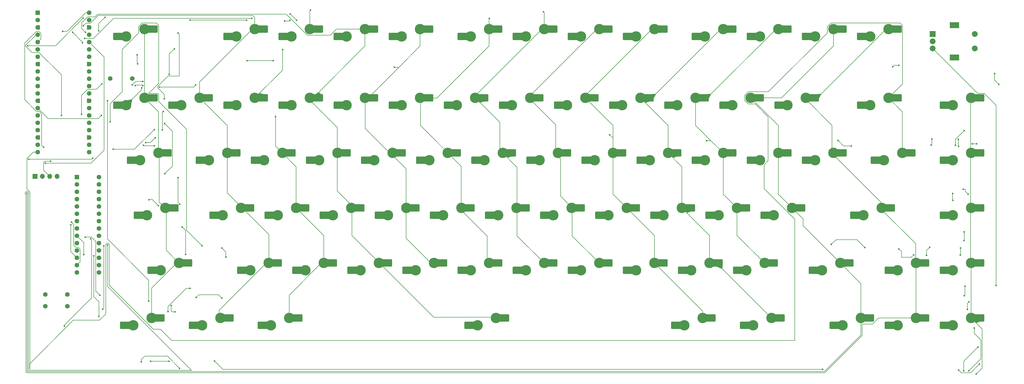
<source format=gbr>
%TF.GenerationSoftware,KiCad,Pcbnew,9.0.7*%
%TF.CreationDate,2026-01-25T14:01:01+00:00*%
%TF.ProjectId,pcb,7063622e-6b69-4636-9164-5f7063625858,rev?*%
%TF.SameCoordinates,Original*%
%TF.FileFunction,Copper,L2,Bot*%
%TF.FilePolarity,Positive*%
%FSLAX46Y46*%
G04 Gerber Fmt 4.6, Leading zero omitted, Abs format (unit mm)*
G04 Created by KiCad (PCBNEW 9.0.7) date 2026-01-25 14:01:01*
%MOMM*%
%LPD*%
G01*
G04 APERTURE LIST*
G04 Aperture macros list*
%AMRoundRect*
0 Rectangle with rounded corners*
0 $1 Rounding radius*
0 $2 $3 $4 $5 $6 $7 $8 $9 X,Y pos of 4 corners*
0 Add a 4 corners polygon primitive as box body*
4,1,4,$2,$3,$4,$5,$6,$7,$8,$9,$2,$3,0*
0 Add four circle primitives for the rounded corners*
1,1,$1+$1,$2,$3*
1,1,$1+$1,$4,$5*
1,1,$1+$1,$6,$7*
1,1,$1+$1,$8,$9*
0 Add four rect primitives between the rounded corners*
20,1,$1+$1,$2,$3,$4,$5,0*
20,1,$1+$1,$4,$5,$6,$7,0*
20,1,$1+$1,$6,$7,$8,$9,0*
20,1,$1+$1,$8,$9,$2,$3,0*%
%AMFreePoly0*
4,1,37,0.603843,0.796157,0.639018,0.796157,0.711114,0.766294,0.766294,0.711114,0.796157,0.639018,0.796157,0.603843,0.800000,0.600000,0.800000,-0.600000,0.796157,-0.603843,0.796157,-0.639018,0.766294,-0.711114,0.711114,-0.766294,0.639018,-0.796157,0.603843,-0.796157,0.600000,-0.800000,0.000000,-0.800000,0.000000,-0.796148,-0.078414,-0.796148,-0.232228,-0.765552,-0.377117,-0.705537,
-0.507515,-0.618408,-0.618408,-0.507515,-0.705537,-0.377117,-0.765552,-0.232228,-0.796148,-0.078414,-0.796148,0.078414,-0.765552,0.232228,-0.705537,0.377117,-0.618408,0.507515,-0.507515,0.618408,-0.377117,0.705537,-0.232228,0.765552,-0.078414,0.796148,0.000000,0.796148,0.000000,0.800000,0.600000,0.800000,0.603843,0.796157,0.603843,0.796157,$1*%
%AMFreePoly1*
4,1,37,0.000000,0.796148,0.078414,0.796148,0.232228,0.765552,0.377117,0.705537,0.507515,0.618408,0.618408,0.507515,0.705537,0.377117,0.765552,0.232228,0.796148,0.078414,0.796148,-0.078414,0.765552,-0.232228,0.705537,-0.377117,0.618408,-0.507515,0.507515,-0.618408,0.377117,-0.705537,0.232228,-0.765552,0.078414,-0.796148,0.000000,-0.796148,0.000000,-0.800000,-0.600000,-0.800000,
-0.603843,-0.796157,-0.639018,-0.796157,-0.711114,-0.766294,-0.766294,-0.711114,-0.796157,-0.639018,-0.796157,-0.603843,-0.800000,-0.600000,-0.800000,0.600000,-0.796157,0.603843,-0.796157,0.639018,-0.766294,0.711114,-0.711114,0.766294,-0.639018,0.796157,-0.603843,0.796157,-0.600000,0.800000,0.000000,0.800000,0.000000,0.796148,0.000000,0.796148,$1*%
G04 Aperture macros list end*
%TA.AperFunction,SMDPad,CuDef*%
%ADD10RoundRect,0.250000X-1.525000X-1.000000X1.525000X-1.000000X1.525000X1.000000X-1.525000X1.000000X0*%
%TD*%
%TA.AperFunction,ComponentPad*%
%ADD11C,3.600000*%
%TD*%
%TA.AperFunction,ComponentPad*%
%ADD12RoundRect,0.200000X-0.600000X-0.600000X0.600000X-0.600000X0.600000X0.600000X-0.600000X0.600000X0*%
%TD*%
%TA.AperFunction,ComponentPad*%
%ADD13C,1.600000*%
%TD*%
%TA.AperFunction,ComponentPad*%
%ADD14FreePoly0,0.000000*%
%TD*%
%TA.AperFunction,ComponentPad*%
%ADD15FreePoly1,0.000000*%
%TD*%
%TA.AperFunction,ComponentPad*%
%ADD16R,2.000000X2.000000*%
%TD*%
%TA.AperFunction,ComponentPad*%
%ADD17C,2.000000*%
%TD*%
%TA.AperFunction,ComponentPad*%
%ADD18R,3.200000X2.000000*%
%TD*%
%TA.AperFunction,ComponentPad*%
%ADD19RoundRect,0.250000X-0.550000X-0.550000X0.550000X-0.550000X0.550000X0.550000X-0.550000X0.550000X0*%
%TD*%
%TA.AperFunction,ComponentPad*%
%ADD20R,1.700000X1.700000*%
%TD*%
%TA.AperFunction,ComponentPad*%
%ADD21O,1.700000X1.700000*%
%TD*%
%TA.AperFunction,ViaPad*%
%ADD22C,0.600000*%
%TD*%
%TA.AperFunction,Conductor*%
%ADD23C,0.200000*%
%TD*%
G04 APERTURE END LIST*
D10*
%TO.P,SW49,1,1*%
%TO.N,Net-(D49-A)*%
X274402500Y-68897500D03*
D11*
X277177500Y-68897500D03*
%TO.P,SW49,2,2*%
%TO.N,c11*%
X283527500Y-66357500D03*
D10*
X286307500Y-66357500D03*
%TD*%
%TO.P,SW77,1,1*%
%TO.N,Net-(D77-A)*%
X288690000Y-106997500D03*
D11*
X291465000Y-106997500D03*
%TO.P,SW77,2,2*%
%TO.N,c11*%
X297815000Y-104457500D03*
D10*
X300595000Y-104457500D03*
%TD*%
D12*
%TO.P,A1,1,GPIO0*%
%TO.N,c1*%
X46513750Y-17780000D03*
D13*
%TO.P,A1,2,GPIO1*%
%TO.N,c2*%
X46513750Y-20320000D03*
D14*
%TO.P,A1,3,GND*%
%TO.N,GND*%
X46513750Y-22860000D03*
D13*
%TO.P,A1,4,GPIO2*%
%TO.N,sda*%
X46513750Y-25400000D03*
%TO.P,A1,5,GPIO3*%
%TO.N,scl*%
X46513750Y-27940000D03*
%TO.P,A1,6,GPIO4*%
%TO.N,c3*%
X46513750Y-30480000D03*
%TO.P,A1,7,GPIO5*%
%TO.N,c4*%
X46513750Y-33020000D03*
D14*
%TO.P,A1,8,GND*%
%TO.N,GND*%
X46513750Y-35560000D03*
D13*
%TO.P,A1,9,GPIO6*%
%TO.N,c5*%
X46513750Y-38100000D03*
%TO.P,A1,10,GPIO7*%
%TO.N,c6*%
X46513750Y-40640000D03*
%TO.P,A1,11,GPIO8*%
%TO.N,c7*%
X46513750Y-43180000D03*
%TO.P,A1,12,GPIO9*%
%TO.N,c8*%
X46513750Y-45720000D03*
D14*
%TO.P,A1,13,GND*%
%TO.N,GND*%
X46513750Y-48260000D03*
D13*
%TO.P,A1,14,GPIO10*%
%TO.N,c9*%
X46513750Y-50800000D03*
%TO.P,A1,15,GPIO11*%
%TO.N,c10*%
X46513750Y-53340000D03*
%TO.P,A1,16,GPIO12*%
%TO.N,c11*%
X46513750Y-55880000D03*
%TO.P,A1,17,GPIO13*%
%TO.N,c12*%
X46513750Y-58420000D03*
D14*
%TO.P,A1,18,GND*%
%TO.N,GND*%
X46513750Y-60960000D03*
D13*
%TO.P,A1,19,GPIO14*%
%TO.N,c13*%
X46513750Y-63500000D03*
%TO.P,A1,20,GPIO15*%
%TO.N,c14*%
X46513750Y-66040000D03*
%TO.P,A1,21,GPIO16*%
%TO.N,c15*%
X64293750Y-66040000D03*
%TO.P,A1,22,GPIO17*%
%TO.N,r1*%
X64293750Y-63500000D03*
D15*
%TO.P,A1,23,GND*%
%TO.N,GND*%
X64293750Y-60960000D03*
D13*
%TO.P,A1,24,GPIO18*%
%TO.N,r2*%
X64293750Y-58420000D03*
%TO.P,A1,25,GPIO19*%
%TO.N,r3*%
X64293750Y-55880000D03*
%TO.P,A1,26,GPIO20*%
%TO.N,r4*%
X64293750Y-53340000D03*
%TO.P,A1,27,GPIO21*%
%TO.N,r5*%
X64293750Y-50800000D03*
D15*
%TO.P,A1,28,GND*%
%TO.N,GND*%
X64293750Y-48260000D03*
D13*
%TO.P,A1,29,GPIO22*%
%TO.N,r6*%
X64293750Y-45720000D03*
%TO.P,A1,30,RUN*%
%TO.N,unconnected-(A1-RUN-Pad30)*%
X64293750Y-43180000D03*
%TO.P,A1,31,GPIO26_ADC0*%
%TO.N,Net-(A1-GPIO26_ADC0)*%
X64293750Y-40640000D03*
%TO.P,A1,32,GPIO27_ADC1*%
%TO.N,unconnected-(A1-GPIO27_ADC1-Pad32)*%
X64293750Y-38100000D03*
D15*
%TO.P,A1,33,AGND*%
%TO.N,unconnected-(A1-AGND-Pad33)*%
X64293750Y-35560000D03*
D13*
%TO.P,A1,34,GPIO28_ADC2*%
%TO.N,unconnected-(A1-GPIO28_ADC2-Pad34)*%
X64293750Y-33020000D03*
%TO.P,A1,35,ADC_VREF*%
%TO.N,unconnected-(A1-ADC_VREF-Pad35)*%
X64293750Y-30480000D03*
%TO.P,A1,36,3V3*%
%TO.N,+3.3V*%
X64293750Y-27940000D03*
%TO.P,A1,37,3V3_EN*%
%TO.N,unconnected-(A1-3V3_EN-Pad37)*%
X64293750Y-25400000D03*
D15*
%TO.P,A1,38,GND*%
%TO.N,GND*%
X64293750Y-22860000D03*
D13*
%TO.P,A1,39,VSYS*%
%TO.N,unconnected-(A1-VSYS-Pad39)*%
X64293750Y-20320000D03*
%TO.P,A1,40,VBUS*%
%TO.N,+5V*%
X64293750Y-17780000D03*
%TD*%
D10*
%TO.P,SW85,1,1*%
%TO.N,Net-(D85-A)*%
X360127500Y-106997500D03*
D11*
X362902500Y-106997500D03*
%TO.P,SW85,2,2*%
%TO.N,c15*%
X369252500Y-104457500D03*
D10*
X372032500Y-104457500D03*
%TD*%
%TO.P,SW22,1,1*%
%TO.N,Net-(D22-A)*%
X207727500Y-49847500D03*
D11*
X210502500Y-49847500D03*
%TO.P,SW22,2,2*%
%TO.N,c8*%
X216852500Y-47307500D03*
D10*
X219632500Y-47307500D03*
%TD*%
%TO.P,SW8,1,1*%
%TO.N,Net-(D8-A)*%
X231540000Y-26035000D03*
D11*
X234315000Y-26035000D03*
%TO.P,SW8,2,2*%
%TO.N,c8*%
X240665000Y-23495000D03*
D10*
X243445000Y-23495000D03*
%TD*%
%TO.P,SW52,1,1*%
%TO.N,Net-(D52-A)*%
X298215000Y-87947500D03*
D11*
X300990000Y-87947500D03*
%TO.P,SW52,2,2*%
%TO.N,c12*%
X307340000Y-85407500D03*
D10*
X310120000Y-85407500D03*
%TD*%
%TO.P,SW39,1,1*%
%TO.N,Net-(D39-A)*%
X179152500Y-68897500D03*
D11*
X181927500Y-68897500D03*
%TO.P,SW39,2,2*%
%TO.N,c6*%
X188277500Y-66357500D03*
D10*
X191057500Y-66357500D03*
%TD*%
%TO.P,SW25,1,1*%
%TO.N,Net-(D25-A)*%
X264877500Y-49847500D03*
D11*
X267652500Y-49847500D03*
%TO.P,SW25,2,2*%
%TO.N,c11*%
X274002500Y-47307500D03*
D10*
X276782500Y-47307500D03*
%TD*%
%TO.P,SW65,1,1*%
%TO.N,Net-(D65-A)*%
X174390000Y-106997500D03*
D11*
X177165000Y-106997500D03*
%TO.P,SW65,2,2*%
%TO.N,c5*%
X183515000Y-104457500D03*
D10*
X186295000Y-104457500D03*
%TD*%
%TO.P,SW55,1,1*%
%TO.N,Net-(D55-A)*%
X336315000Y-68897500D03*
D11*
X339090000Y-68897500D03*
%TO.P,SW55,2,2*%
%TO.N,c14*%
X345440000Y-66357500D03*
D10*
X348220000Y-66357500D03*
%TD*%
%TO.P,SW41,1,1*%
%TO.N,Net-(D41-A)*%
X198202500Y-68897500D03*
D11*
X200977500Y-68897500D03*
%TO.P,SW41,2,2*%
%TO.N,c7*%
X207327500Y-66357500D03*
D10*
X210107500Y-66357500D03*
%TD*%
%TO.P,SW50,1,1*%
%TO.N,Net-(D50-A)*%
X279165000Y-87947500D03*
D11*
X281940000Y-87947500D03*
%TO.P,SW50,2,2*%
%TO.N,c11*%
X288290000Y-85407500D03*
D10*
X291070000Y-85407500D03*
%TD*%
%TO.P,SW76,1,1*%
%TO.N,Net-(D76-A)*%
X291071250Y-126047500D03*
D11*
X293846250Y-126047500D03*
%TO.P,SW76,2,2*%
%TO.N,c10*%
X300196250Y-123507500D03*
D10*
X302976250Y-123507500D03*
%TD*%
%TO.P,SW79,1,1*%
%TO.N,Net-(D79-A)*%
X314883750Y-106997500D03*
D11*
X317658750Y-106997500D03*
%TO.P,SW79,2,2*%
%TO.N,c12*%
X324008750Y-104457500D03*
D10*
X326788750Y-104457500D03*
%TD*%
%TO.P,SW36,1,1*%
%TO.N,Net-(D36-A)*%
X145815000Y-87947500D03*
D11*
X148590000Y-87947500D03*
%TO.P,SW36,2,2*%
%TO.N,c4*%
X154940000Y-85407500D03*
D10*
X157720000Y-85407500D03*
%TD*%
%TO.P,SW10,1,1*%
%TO.N,Net-(D10-A)*%
X274402500Y-26035000D03*
D11*
X277177500Y-26035000D03*
%TO.P,SW10,2,2*%
%TO.N,c10*%
X283527500Y-23495000D03*
D10*
X286307500Y-23495000D03*
%TD*%
%TO.P,SW82,1,1*%
%TO.N,Net-(D82-A)*%
X341077500Y-126047500D03*
D11*
X343852500Y-126047500D03*
%TO.P,SW82,2,2*%
%TO.N,c13*%
X350202500Y-123507500D03*
D10*
X352982500Y-123507500D03*
%TD*%
D16*
%TO.P,SW14,A,A*%
%TO.N,a*%
X355940000Y-25200000D03*
D17*
%TO.P,SW14,B,B*%
%TO.N,b*%
X355940000Y-30200000D03*
%TO.P,SW14,C,C*%
%TO.N,GND*%
X355940000Y-27700000D03*
D18*
%TO.P,SW14,MP*%
%TO.N,N/C*%
X363440000Y-22100000D03*
X363440000Y-33300000D03*
D17*
%TO.P,SW14,S1,S1*%
%TO.N,GND*%
X370440000Y-30200000D03*
%TO.P,SW14,S2,S2*%
%TO.N,reSwitch*%
X370440000Y-25200000D03*
%TD*%
D10*
%TO.P,SW86,1,1*%
%TO.N,Net-(D86-A)*%
X360127500Y-126047500D03*
D11*
X362902500Y-126047500D03*
%TO.P,SW86,2,2*%
%TO.N,c15*%
X369252500Y-123507500D03*
D10*
X372032500Y-123507500D03*
%TD*%
%TO.P,SW63,1,1*%
%TO.N,Net-(D63-A)*%
X155340000Y-106997500D03*
D11*
X158115000Y-106997500D03*
%TO.P,SW63,2,2*%
%TO.N,c4*%
X164465000Y-104457500D03*
D10*
X167245000Y-104457500D03*
%TD*%
%TO.P,SW2,1,1*%
%TO.N,Net-(D2-A)*%
X112477500Y-26035000D03*
D11*
X115252500Y-26035000D03*
%TO.P,SW2,2,2*%
%TO.N,c2*%
X121602500Y-23495000D03*
D10*
X124382500Y-23495000D03*
%TD*%
%TO.P,SW45,1,1*%
%TO.N,Net-(D45-A)*%
X236302500Y-68897500D03*
D11*
X239077500Y-68897500D03*
%TO.P,SW45,2,2*%
%TO.N,c9*%
X245427500Y-66357500D03*
D10*
X248207500Y-66357500D03*
%TD*%
%TO.P,SW31,1,1*%
%TO.N,Net-(D31-A)*%
X102952500Y-68897500D03*
D11*
X105727500Y-68897500D03*
%TO.P,SW31,2,2*%
%TO.N,c2*%
X112077500Y-66357500D03*
D10*
X114857500Y-66357500D03*
%TD*%
%TO.P,SW40,1,1*%
%TO.N,Net-(D40-A)*%
X183915000Y-87947500D03*
D11*
X186690000Y-87947500D03*
%TO.P,SW40,2,2*%
%TO.N,c6*%
X193040000Y-85407500D03*
D10*
X195820000Y-85407500D03*
%TD*%
%TO.P,SW67,1,1*%
%TO.N,Net-(D67-A)*%
X193440000Y-106997500D03*
D11*
X196215000Y-106997500D03*
%TO.P,SW67,2,2*%
%TO.N,c6*%
X202565000Y-104457500D03*
D10*
X205345000Y-104457500D03*
%TD*%
%TO.P,SW26,1,1*%
%TO.N,Net-(D26-A)*%
X283927500Y-49847500D03*
D11*
X286702500Y-49847500D03*
%TO.P,SW26,2,2*%
%TO.N,c12*%
X293052500Y-47307500D03*
D10*
X295832500Y-47307500D03*
%TD*%
%TO.P,SW7,1,1*%
%TO.N,Net-(D7-A)*%
X212490000Y-26035000D03*
D11*
X215265000Y-26035000D03*
%TO.P,SW7,2,2*%
%TO.N,c7*%
X221615000Y-23495000D03*
D10*
X224395000Y-23495000D03*
%TD*%
%TO.P,SW75,1,1*%
%TO.N,Net-(D75-A)*%
X269640000Y-106997500D03*
D11*
X272415000Y-106997500D03*
%TO.P,SW75,2,2*%
%TO.N,c10*%
X278765000Y-104457500D03*
D10*
X281545000Y-104457500D03*
%TD*%
%TO.P,SW9,1,1*%
%TO.N,Net-(D9-A)*%
X250590000Y-26035000D03*
D11*
X253365000Y-26035000D03*
%TO.P,SW9,2,2*%
%TO.N,c9*%
X259715000Y-23495000D03*
D10*
X262495000Y-23495000D03*
%TD*%
%TO.P,SW57,1,1*%
%TO.N,Net-(D57-A)*%
X86283750Y-106997500D03*
D11*
X89058750Y-106997500D03*
%TO.P,SW57,2,2*%
%TO.N,c1*%
X95408750Y-104457500D03*
D10*
X98188750Y-104457500D03*
%TD*%
%TO.P,SW23,1,1*%
%TO.N,Net-(D23-A)*%
X226777500Y-49847500D03*
D11*
X229552500Y-49847500D03*
%TO.P,SW23,2,2*%
%TO.N,c9*%
X235902500Y-47307500D03*
D10*
X238682500Y-47307500D03*
%TD*%
%TO.P,SW72,1,1*%
%TO.N,Net-(D72-A)*%
X360127500Y-87947500D03*
D11*
X362902500Y-87947500D03*
%TO.P,SW72,2,2*%
%TO.N,c15*%
X369252500Y-85407500D03*
D10*
X372032500Y-85407500D03*
%TD*%
%TO.P,SW58,1,1*%
%TO.N,Net-(D58-A)*%
X76758750Y-126047500D03*
D11*
X79533750Y-126047500D03*
%TO.P,SW58,2,2*%
%TO.N,c1*%
X85883750Y-123507500D03*
D10*
X88663750Y-123507500D03*
%TD*%
%TO.P,SW64,1,1*%
%TO.N,Net-(D64-A)*%
X195821250Y-126047500D03*
D11*
X198596250Y-126047500D03*
%TO.P,SW64,2,2*%
%TO.N,c4*%
X204946250Y-123507500D03*
D10*
X207726250Y-123507500D03*
%TD*%
%TO.P,SW27,1,1*%
%TO.N,Net-(D27-A)*%
X302977500Y-49847500D03*
D11*
X305752500Y-49847500D03*
%TO.P,SW27,2,2*%
%TO.N,c13*%
X312102500Y-47307500D03*
D10*
X314882500Y-47307500D03*
%TD*%
%TO.P,SW61,1,1*%
%TO.N,Net-(D61-A)*%
X136290000Y-106997500D03*
D11*
X139065000Y-106997500D03*
%TO.P,SW61,2,2*%
%TO.N,c3*%
X145415000Y-104457500D03*
D10*
X148195000Y-104457500D03*
%TD*%
%TO.P,SW43,1,1*%
%TO.N,Net-(D43-A)*%
X217252500Y-68897500D03*
D11*
X220027500Y-68897500D03*
%TO.P,SW43,2,2*%
%TO.N,c8*%
X226377500Y-66357500D03*
D10*
X229157500Y-66357500D03*
%TD*%
%TO.P,SW33,1,1*%
%TO.N,Net-(D33-A)*%
X122002500Y-68897500D03*
D11*
X124777500Y-68897500D03*
%TO.P,SW33,2,2*%
%TO.N,c3*%
X131127500Y-66357500D03*
D10*
X133907500Y-66357500D03*
%TD*%
%TO.P,SW28,1,1*%
%TO.N,Net-(D28-A)*%
X331552500Y-49847500D03*
D11*
X334327500Y-49847500D03*
%TO.P,SW28,2,2*%
%TO.N,c14*%
X340677500Y-47307500D03*
D10*
X343457500Y-47307500D03*
%TD*%
%TO.P,SW32,1,1*%
%TO.N,Net-(D32-A)*%
X107715000Y-87947500D03*
D11*
X110490000Y-87947500D03*
%TO.P,SW32,2,2*%
%TO.N,c2*%
X116840000Y-85407500D03*
D10*
X119620000Y-85407500D03*
%TD*%
%TO.P,SW80,1,1*%
%TO.N,Net-(D80-A)*%
X322027500Y-126047500D03*
D11*
X324802500Y-126047500D03*
%TO.P,SW80,2,2*%
%TO.N,c12*%
X331152500Y-123507500D03*
D10*
X333932500Y-123507500D03*
%TD*%
%TO.P,SW59,1,1*%
%TO.N,Net-(D59-A)*%
X117240000Y-106997500D03*
D11*
X120015000Y-106997500D03*
%TO.P,SW59,2,2*%
%TO.N,c2*%
X126365000Y-104457500D03*
D10*
X129145000Y-104457500D03*
%TD*%
%TO.P,SW71,1,1*%
%TO.N,Net-(D71-A)*%
X231540000Y-106997500D03*
D11*
X234315000Y-106997500D03*
%TO.P,SW71,2,2*%
%TO.N,c8*%
X240665000Y-104457500D03*
D10*
X243445000Y-104457500D03*
%TD*%
%TO.P,SW30,1,1*%
%TO.N,Net-(D30-A)*%
X81521250Y-87947500D03*
D11*
X84296250Y-87947500D03*
%TO.P,SW30,2,2*%
%TO.N,c1*%
X90646250Y-85407500D03*
D10*
X93426250Y-85407500D03*
%TD*%
D13*
%TO.P,R1,1*%
%TO.N,Net-(A1-GPIO26_ADC0)*%
X71590000Y-40630000D03*
%TO.P,R1,2*%
%TO.N,led input*%
X79210000Y-40630000D03*
%TD*%
D10*
%TO.P,SW18,1,1*%
%TO.N,Net-(D18-A)*%
X131527500Y-49847500D03*
D11*
X134302500Y-49847500D03*
%TO.P,SW18,2,2*%
%TO.N,c4*%
X140652500Y-47307500D03*
D10*
X143432500Y-47307500D03*
%TD*%
%TO.P,SW60,1,1*%
%TO.N,Net-(D60-A)*%
X100571250Y-126047500D03*
D11*
X103346250Y-126047500D03*
%TO.P,SW60,2,2*%
%TO.N,c2*%
X109696250Y-123507500D03*
D10*
X112476250Y-123507500D03*
%TD*%
%TO.P,SW5,1,1*%
%TO.N,Net-(D5-A)*%
X169627500Y-26035000D03*
D11*
X172402500Y-26035000D03*
%TO.P,SW5,2,2*%
%TO.N,c5*%
X178752500Y-23495000D03*
D10*
X181532500Y-23495000D03*
%TD*%
%TO.P,SW17,1,1*%
%TO.N,Net-(D17-A)*%
X112477500Y-49847500D03*
D11*
X115252500Y-49847500D03*
%TO.P,SW17,2,2*%
%TO.N,c3*%
X121602500Y-47307500D03*
D10*
X124382500Y-47307500D03*
%TD*%
%TO.P,SW74,1,1*%
%TO.N,Net-(D74-A)*%
X267258750Y-126047500D03*
D11*
X270033750Y-126047500D03*
%TO.P,SW74,2,2*%
%TO.N,c9*%
X276383750Y-123507500D03*
D10*
X279163750Y-123507500D03*
%TD*%
%TO.P,SW42,1,1*%
%TO.N,Net-(D42-A)*%
X202965000Y-87947500D03*
D11*
X205740000Y-87947500D03*
%TO.P,SW42,2,2*%
%TO.N,c7*%
X212090000Y-85407500D03*
D10*
X214870000Y-85407500D03*
%TD*%
%TO.P,SW53,1,1*%
%TO.N,Net-(D53-A)*%
X312502500Y-68897500D03*
D11*
X315277500Y-68897500D03*
%TO.P,SW53,2,2*%
%TO.N,c13*%
X321627500Y-66357500D03*
D10*
X324407500Y-66357500D03*
%TD*%
%TO.P,SW62,1,1*%
%TO.N,Net-(D62-A)*%
X124383750Y-126047500D03*
D11*
X127158750Y-126047500D03*
%TO.P,SW62,2,2*%
%TO.N,c3*%
X133508750Y-123507500D03*
D10*
X136288750Y-123507500D03*
%TD*%
%TO.P,SW29,1,1*%
%TO.N,Net-(D29-A)*%
X79140000Y-68897500D03*
D11*
X81915000Y-68897500D03*
%TO.P,SW29,2,2*%
%TO.N,c1*%
X88265000Y-66357500D03*
D10*
X91045000Y-66357500D03*
%TD*%
%TO.P,SW11,1,1*%
%TO.N,Net-(D11-A)*%
X293452500Y-26035000D03*
D11*
X296227500Y-26035000D03*
%TO.P,SW11,2,2*%
%TO.N,c11*%
X302577500Y-23495000D03*
D10*
X305357500Y-23495000D03*
%TD*%
%TO.P,SW21,1,1*%
%TO.N,Net-(D21-A)*%
X188677500Y-49847500D03*
D11*
X191452500Y-49847500D03*
%TO.P,SW21,2,2*%
%TO.N,c7*%
X197802500Y-47307500D03*
D10*
X200582500Y-47307500D03*
%TD*%
D13*
%TO.P,R3,1*%
%TO.N,sda*%
X49170000Y-119390000D03*
%TO.P,R3,2*%
%TO.N,+3.3V*%
X56790000Y-119390000D03*
%TD*%
D10*
%TO.P,SW35,1,1*%
%TO.N,Net-(D35-A)*%
X141052500Y-68897500D03*
D11*
X143827500Y-68897500D03*
%TO.P,SW35,2,2*%
%TO.N,c4*%
X150177500Y-66357500D03*
D10*
X152957500Y-66357500D03*
%TD*%
D19*
%TO.P,U1,1,GPB0*%
%TO.N,unconnected-(U1-GPB0-Pad1)*%
X60100000Y-74690000D03*
D13*
%TO.P,U1,2,GPB1*%
%TO.N,unconnected-(U1-GPB1-Pad2)*%
X60100000Y-77230000D03*
%TO.P,U1,3,GPB2*%
%TO.N,unconnected-(U1-GPB2-Pad3)*%
X60100000Y-79770000D03*
%TO.P,U1,4,GPB3*%
%TO.N,unconnected-(U1-GPB3-Pad4)*%
X60100000Y-82310000D03*
%TO.P,U1,5,GPB4*%
%TO.N,unconnected-(U1-GPB4-Pad5)*%
X60100000Y-84850000D03*
%TO.P,U1,6,GPB5*%
%TO.N,unconnected-(U1-GPB5-Pad6)*%
X60100000Y-87390000D03*
%TO.P,U1,7,GPB6*%
%TO.N,unconnected-(U1-GPB6-Pad7)*%
X60100000Y-89930000D03*
%TO.P,U1,8,GPB7*%
%TO.N,unconnected-(U1-GPB7-Pad8)*%
X60100000Y-92470000D03*
%TO.P,U1,9,VDD*%
%TO.N,+3.3V*%
X60100000Y-95010000D03*
%TO.P,U1,10,VSS*%
%TO.N,GND*%
X60100000Y-97550000D03*
%TO.P,U1,11,NC*%
%TO.N,unconnected-(U1-NC-Pad11)*%
X60100000Y-100090000D03*
%TO.P,U1,12,SCK*%
%TO.N,scl*%
X60100000Y-102630000D03*
%TO.P,U1,13,SDA*%
%TO.N,sda*%
X60100000Y-105170000D03*
%TO.P,U1,14,NC*%
%TO.N,unconnected-(U1-NC-Pad14)*%
X60100000Y-107710000D03*
%TO.P,U1,15,A0*%
%TO.N,GND*%
X67720000Y-107710000D03*
%TO.P,U1,16,A1*%
X67720000Y-105170000D03*
%TO.P,U1,17,A2*%
X67720000Y-102630000D03*
%TO.P,U1,18,~{RESET}*%
%TO.N,unconnected-(U1-~{RESET}-Pad18)*%
X67720000Y-100090000D03*
%TO.P,U1,19,INTB*%
%TO.N,unconnected-(U1-INTB-Pad19)*%
X67720000Y-97550000D03*
%TO.P,U1,20,INTA*%
%TO.N,unconnected-(U1-INTA-Pad20)*%
X67720000Y-95010000D03*
%TO.P,U1,21,GPA0*%
%TO.N,a*%
X67720000Y-92470000D03*
%TO.P,U1,22,GPA1*%
%TO.N,b*%
X67720000Y-89930000D03*
%TO.P,U1,23,GPA2*%
%TO.N,reSwitch*%
X67720000Y-87390000D03*
%TO.P,U1,24,GPA3*%
%TO.N,unconnected-(U1-GPA3-Pad24)*%
X67720000Y-84850000D03*
%TO.P,U1,25,GPA4*%
%TO.N,unconnected-(U1-GPA4-Pad25)*%
X67720000Y-82310000D03*
%TO.P,U1,26,GPA5*%
%TO.N,unconnected-(U1-GPA5-Pad26)*%
X67720000Y-79770000D03*
%TO.P,U1,27,GPA6*%
%TO.N,unconnected-(U1-GPA6-Pad27)*%
X67720000Y-77230000D03*
%TO.P,U1,28,GPA7*%
%TO.N,unconnected-(U1-GPA7-Pad28)*%
X67720000Y-74690000D03*
%TD*%
D10*
%TO.P,SW24,1,1*%
%TO.N,Net-(D24-A)*%
X245827500Y-49847500D03*
D11*
X248602500Y-49847500D03*
%TO.P,SW24,2,2*%
%TO.N,c10*%
X254952500Y-47307500D03*
D10*
X257732500Y-47307500D03*
%TD*%
%TO.P,SW4,1,1*%
%TO.N,Net-(D4-A)*%
X150577500Y-26035000D03*
D11*
X153352500Y-26035000D03*
%TO.P,SW4,2,2*%
%TO.N,c4*%
X159702500Y-23495000D03*
D10*
X162482500Y-23495000D03*
%TD*%
%TO.P,SW16,1,1*%
%TO.N,Net-(D16-A)*%
X93427500Y-49847500D03*
D11*
X96202500Y-49847500D03*
%TO.P,SW16,2,2*%
%TO.N,c2*%
X102552500Y-47307500D03*
D10*
X105332500Y-47307500D03*
%TD*%
%TO.P,SW38,1,1*%
%TO.N,Net-(D38-A)*%
X164865000Y-87947500D03*
D11*
X167640000Y-87947500D03*
%TO.P,SW38,2,2*%
%TO.N,c5*%
X173990000Y-85407500D03*
D10*
X176770000Y-85407500D03*
%TD*%
%TO.P,SW51,1,1*%
%TO.N,Net-(D51-A)*%
X293452500Y-68897500D03*
D11*
X296227500Y-68897500D03*
%TO.P,SW51,2,2*%
%TO.N,c12*%
X302577500Y-66357500D03*
D10*
X305357500Y-66357500D03*
%TD*%
%TO.P,SW73,1,1*%
%TO.N,Net-(D73-A)*%
X250590000Y-106997500D03*
D11*
X253365000Y-106997500D03*
%TO.P,SW73,2,2*%
%TO.N,c9*%
X259715000Y-104457500D03*
D10*
X262495000Y-104457500D03*
%TD*%
%TO.P,SW69,1,1*%
%TO.N,Net-(D69-A)*%
X212490000Y-106997500D03*
D11*
X215265000Y-106997500D03*
%TO.P,SW69,2,2*%
%TO.N,c7*%
X221615000Y-104457500D03*
D10*
X224395000Y-104457500D03*
%TD*%
%TO.P,SW68,1,1*%
%TO.N,Net-(D68-A)*%
X360127500Y-49847500D03*
D11*
X362902500Y-49847500D03*
%TO.P,SW68,2,2*%
%TO.N,c15*%
X369252500Y-47307500D03*
D10*
X372032500Y-47307500D03*
%TD*%
%TO.P,SW19,1,1*%
%TO.N,Net-(D19-A)*%
X150577500Y-49847500D03*
D11*
X153352500Y-49847500D03*
%TO.P,SW19,2,2*%
%TO.N,c5*%
X159702500Y-47307500D03*
D10*
X162482500Y-47307500D03*
%TD*%
D13*
%TO.P,R2,1*%
%TO.N,scl*%
X49170000Y-115340000D03*
%TO.P,R2,2*%
%TO.N,+3.3V*%
X56790000Y-115340000D03*
%TD*%
D10*
%TO.P,SW46,1,1*%
%TO.N,Net-(D46-A)*%
X241065000Y-87947500D03*
D11*
X243840000Y-87947500D03*
%TO.P,SW46,2,2*%
%TO.N,c9*%
X250190000Y-85407500D03*
D10*
X252970000Y-85407500D03*
%TD*%
%TO.P,SW3,1,1*%
%TO.N,Net-(D3-A)*%
X131527500Y-26035000D03*
D11*
X134302500Y-26035000D03*
%TO.P,SW3,2,2*%
%TO.N,c3*%
X140652500Y-23495000D03*
D10*
X143432500Y-23495000D03*
%TD*%
%TO.P,SW15,1,1*%
%TO.N,Net-(D15-A)*%
X74377500Y-49847500D03*
D11*
X77152500Y-49847500D03*
%TO.P,SW15,2,2*%
%TO.N,c1*%
X83502500Y-47307500D03*
D10*
X86282500Y-47307500D03*
%TD*%
%TO.P,SW47,1,1*%
%TO.N,Net-(D47-A)*%
X255352500Y-68897500D03*
D11*
X258127500Y-68897500D03*
%TO.P,SW47,2,2*%
%TO.N,c10*%
X264477500Y-66357500D03*
D10*
X267257500Y-66357500D03*
%TD*%
%TO.P,SW70,1,1*%
%TO.N,Net-(D70-A)*%
X360127500Y-68897500D03*
D11*
X362902500Y-68897500D03*
%TO.P,SW70,2,2*%
%TO.N,c15*%
X369252500Y-66357500D03*
D10*
X372032500Y-66357500D03*
%TD*%
D20*
%TO.P,J1,1,Pin_1*%
%TO.N,GND*%
X45650000Y-74470000D03*
D21*
%TO.P,J1,2,Pin_2*%
%TO.N,+3.3V*%
X48190000Y-74470000D03*
%TO.P,J1,3,Pin_3*%
%TO.N,scl*%
X50730000Y-74470000D03*
%TO.P,J1,4,Pin_4*%
%TO.N,sda*%
X53270000Y-74470000D03*
%TD*%
D10*
%TO.P,SW34,1,1*%
%TO.N,Net-(D34-A)*%
X126765000Y-87947500D03*
D11*
X129540000Y-87947500D03*
%TO.P,SW34,2,2*%
%TO.N,c3*%
X135890000Y-85407500D03*
D10*
X138670000Y-85407500D03*
%TD*%
%TO.P,SW44,1,1*%
%TO.N,Net-(D44-A)*%
X222015000Y-87947500D03*
D11*
X224790000Y-87947500D03*
%TO.P,SW44,2,2*%
%TO.N,c8*%
X231140000Y-85407500D03*
D10*
X233920000Y-85407500D03*
%TD*%
%TO.P,SW37,1,1*%
%TO.N,Net-(D37-A)*%
X160102500Y-68897500D03*
D11*
X162877500Y-68897500D03*
%TO.P,SW37,2,2*%
%TO.N,c5*%
X169227500Y-66357500D03*
D10*
X172007500Y-66357500D03*
%TD*%
%TO.P,SW48,1,1*%
%TO.N,Net-(D48-A)*%
X260115000Y-87947500D03*
D11*
X262890000Y-87947500D03*
%TO.P,SW48,2,2*%
%TO.N,c10*%
X269240000Y-85407500D03*
D10*
X272020000Y-85407500D03*
%TD*%
%TO.P,SW6,1,1*%
%TO.N,Net-(D6-A)*%
X193440000Y-26035000D03*
D11*
X196215000Y-26035000D03*
%TO.P,SW6,2,2*%
%TO.N,c6*%
X202565000Y-23495000D03*
D10*
X205345000Y-23495000D03*
%TD*%
%TO.P,SW54,1,1*%
%TO.N,Net-(D54-A)*%
X329171250Y-87947500D03*
D11*
X331946250Y-87947500D03*
%TO.P,SW54,2,2*%
%TO.N,c13*%
X338296250Y-85407500D03*
D10*
X341076250Y-85407500D03*
%TD*%
%TO.P,SW81,1,1*%
%TO.N,Net-(D81-A)*%
X341077500Y-106997500D03*
D11*
X343852500Y-106997500D03*
%TO.P,SW81,2,2*%
%TO.N,c13*%
X350202500Y-104457500D03*
D10*
X352982500Y-104457500D03*
%TD*%
%TO.P,SW13,1,1*%
%TO.N,Net-(D13-A)*%
X331552500Y-26035000D03*
D11*
X334327500Y-26035000D03*
%TO.P,SW13,2,2*%
%TO.N,c13*%
X340677500Y-23495000D03*
D10*
X343457500Y-23495000D03*
%TD*%
%TO.P,SW1,1,1*%
%TO.N,Net-(D1-A)*%
X74377500Y-26035000D03*
D11*
X77152500Y-26035000D03*
%TO.P,SW1,2,2*%
%TO.N,c1*%
X83502500Y-23495000D03*
D10*
X86282500Y-23495000D03*
%TD*%
%TO.P,SW20,1,1*%
%TO.N,Net-(D20-A)*%
X169627500Y-49847500D03*
D11*
X172402500Y-49847500D03*
%TO.P,SW20,2,2*%
%TO.N,c6*%
X178752500Y-47307500D03*
D10*
X181532500Y-47307500D03*
%TD*%
%TO.P,SW12,1,1*%
%TO.N,Net-(D12-A)*%
X312502500Y-26035000D03*
D11*
X315277500Y-26035000D03*
%TO.P,SW12,2,2*%
%TO.N,c12*%
X321627500Y-23495000D03*
D10*
X324407500Y-23495000D03*
%TD*%
D22*
%TO.N,r1*%
X86850000Y-58260000D03*
X133850000Y-18240000D03*
X90360000Y-47660000D03*
X95040735Y-24870735D03*
X118790000Y-20430000D03*
X136080000Y-20460000D03*
X89940000Y-52040000D03*
X133740000Y-20460000D03*
X131890000Y-20730000D03*
X72590000Y-65090000D03*
X89680000Y-58340000D03*
X99250000Y-20330000D03*
%TO.N,GND*%
X363760000Y-63700000D03*
X366820000Y-58600000D03*
X366880000Y-115750000D03*
X371120000Y-63210000D03*
X377330000Y-38930000D03*
X342110000Y-36550000D03*
X344220000Y-36050000D03*
X368170000Y-80620000D03*
X378800000Y-42650000D03*
X366829265Y-93670735D03*
X366780000Y-96720000D03*
X369670000Y-63210000D03*
X366540000Y-78970000D03*
X367100000Y-112520000D03*
%TO.N,led input*%
X80890000Y-32400000D03*
X81110000Y-35500000D03*
%TO.N,Net-(D15-A)*%
X82500000Y-43830000D03*
%TO.N,r2*%
X82902500Y-41640000D03*
X68710000Y-42450000D03*
X79230000Y-42830000D03*
X61670000Y-53000000D03*
%TO.N,r3*%
X83870000Y-62760000D03*
X323220000Y-62050000D03*
X327830000Y-63940000D03*
X355390000Y-63610000D03*
X355670000Y-61510000D03*
X364900000Y-64030000D03*
X87220000Y-61050000D03*
X364850000Y-61710000D03*
%TO.N,Net-(D29-A)*%
X83100000Y-63750000D03*
X86840000Y-63870000D03*
%TO.N,Net-(D30-A)*%
X84970000Y-82570000D03*
X88260000Y-84610000D03*
%TO.N,r4*%
X362840000Y-80350000D03*
X362950000Y-82790000D03*
%TO.N,r5*%
X71600000Y-55610000D03*
X332460000Y-99060000D03*
X353780000Y-101780000D03*
X103390000Y-98510000D03*
X320880000Y-98040000D03*
X365580000Y-99250000D03*
X354920000Y-99000000D03*
X365470000Y-101700000D03*
X349360000Y-101610000D03*
X344250000Y-99570000D03*
%TO.N,Net-(D57-A)*%
X111660000Y-102400000D03*
X110180000Y-99280000D03*
%TO.N,r6*%
X367940000Y-120540000D03*
X110210000Y-116620000D03*
X101360000Y-116390000D03*
X84940000Y-117670000D03*
X70680000Y-48310000D03*
X368470000Y-117930000D03*
%TO.N,Net-(D58-A)*%
X94070000Y-121350000D03*
X92710000Y-119190000D03*
%TO.N,c2*%
X62320000Y-22340000D03*
%TO.N,c3*%
X140830000Y-16893750D03*
X128720000Y-53700000D03*
X69790000Y-19400000D03*
X131190000Y-30610000D03*
X67630000Y-24070000D03*
%TO.N,c4*%
X63064265Y-24580000D03*
%TO.N,c5*%
X169860000Y-36720000D03*
%TO.N,c6*%
X202700000Y-19760000D03*
X62780000Y-26670000D03*
X120520000Y-19730000D03*
%TO.N,c7*%
X62240000Y-19690000D03*
X43040000Y-29210000D03*
X221390000Y-17490000D03*
%TO.N,c8*%
X80270000Y-43080000D03*
X101160000Y-42820000D03*
X88630000Y-43530000D03*
X82860000Y-43071000D03*
%TO.N,c9*%
X68530000Y-53410000D03*
X244280000Y-60040000D03*
%TO.N,c11*%
X277790000Y-62080000D03*
%TO.N,c12*%
X42840000Y-80280000D03*
%TO.N,c13*%
X70660000Y-98240000D03*
X65560000Y-68180000D03*
X43440000Y-68500000D03*
%TO.N,c15*%
X370990000Y-142880000D03*
X55750000Y-126370000D03*
X64850000Y-96060000D03*
%TO.N,Net-(e2-DOUT)*%
X128010000Y-34450000D03*
X118940000Y-34410000D03*
%TO.N,scl*%
X51030000Y-69180000D03*
X58000000Y-91210000D03*
X48590000Y-64410000D03*
%TO.N,sda*%
X54720000Y-53340000D03*
X58190000Y-90290000D03*
%TO.N,+3.3V*%
X49200000Y-69920000D03*
X62490000Y-101570000D03*
%TO.N,reSwitch*%
X67700000Y-122960000D03*
X366680000Y-141740000D03*
X65910000Y-101950000D03*
X371560000Y-133600000D03*
%TO.N,a*%
X372100000Y-139420000D03*
X317890000Y-141270000D03*
X85620000Y-138500000D03*
X107660000Y-138410000D03*
X62970000Y-95570000D03*
X91930000Y-138450000D03*
X68050000Y-115610000D03*
X364870000Y-141480000D03*
%TO.N,b*%
X377880000Y-112240000D03*
X370320000Y-126950000D03*
X95610000Y-140910000D03*
X82340000Y-138650000D03*
X368460000Y-141810000D03*
X69380000Y-98470000D03*
X68970000Y-120450000D03*
%TO.N,+5V*%
X90410000Y-56150000D03*
X93790000Y-30340000D03*
X55150000Y-24220000D03*
X99180000Y-113210000D03*
X91560000Y-121320000D03*
X95060000Y-74880000D03*
X95649143Y-84119722D03*
X96490000Y-91980000D03*
X62044265Y-28254265D03*
X97650000Y-101490000D03*
X58620000Y-24620000D03*
X90500000Y-73560000D03*
X92050000Y-39150000D03*
%TD*%
D23*
%TO.N,r1*%
X88029000Y-43281057D02*
X91559057Y-39751000D01*
X90360000Y-46109943D02*
X88029000Y-43778943D01*
X91559057Y-39751000D02*
X95450340Y-39751000D01*
X80020000Y-65090000D02*
X86850000Y-58260000D01*
X136080000Y-20460000D02*
X133860000Y-18240000D01*
X133470000Y-20730000D02*
X133740000Y-20460000D01*
X89680000Y-58340000D02*
X89680000Y-52300000D01*
X133860000Y-18240000D02*
X133850000Y-18240000D01*
X131890000Y-20730000D02*
X133470000Y-20730000D01*
X90360000Y-47660000D02*
X90360000Y-46109943D01*
X72590000Y-65090000D02*
X80020000Y-65090000D01*
X118690000Y-20330000D02*
X118790000Y-20430000D01*
X89680000Y-52300000D02*
X89940000Y-52040000D01*
X88029000Y-43778943D02*
X88029000Y-43281057D01*
X95450340Y-25280340D02*
X95450340Y-39751000D01*
X95040735Y-24870735D02*
X95450340Y-25280340D01*
X99250000Y-20330000D02*
X118690000Y-20330000D01*
%TO.N,GND*%
X377330000Y-41180000D02*
X378800000Y-42650000D01*
X366600000Y-78910000D02*
X366540000Y-78970000D01*
X367100000Y-115530000D02*
X366880000Y-115750000D01*
X377330000Y-38930000D02*
X377330000Y-41180000D01*
X344220000Y-36050000D02*
X342610000Y-36050000D01*
X342610000Y-36050000D02*
X342110000Y-36550000D01*
X363760000Y-63700000D02*
X363760000Y-61660000D01*
X367290000Y-79740000D02*
X367290000Y-78910000D01*
X368170000Y-80620000D02*
X367290000Y-79740000D01*
X366829265Y-96670735D02*
X366780000Y-96720000D01*
X366829265Y-93670735D02*
X366829265Y-96670735D01*
X371120000Y-63210000D02*
X369670000Y-63210000D01*
X363760000Y-61660000D02*
X366820000Y-58600000D01*
X367100000Y-112520000D02*
X367100000Y-115530000D01*
X367290000Y-78910000D02*
X366600000Y-78910000D01*
%TO.N,led input*%
X80890000Y-35280000D02*
X80890000Y-32400000D01*
X81110000Y-35500000D02*
X80890000Y-35280000D01*
%TO.N,Net-(D15-A)*%
X82500000Y-43830000D02*
X82390000Y-43940000D01*
X82390000Y-43940000D02*
X82390000Y-44610000D01*
X82390000Y-44610000D02*
X77152500Y-49847500D01*
%TO.N,r2*%
X63837700Y-44281000D02*
X66879000Y-44281000D01*
X61670000Y-53000000D02*
X61670000Y-46448700D01*
X61670000Y-46448700D02*
X63837700Y-44281000D01*
X66879000Y-44281000D02*
X68710000Y-42450000D01*
X80420000Y-41640000D02*
X82902500Y-41640000D01*
X79230000Y-42830000D02*
X80420000Y-41640000D01*
%TO.N,r3*%
X325110000Y-63940000D02*
X327830000Y-63940000D01*
X355670000Y-63330000D02*
X355670000Y-61510000D01*
X83870000Y-62760000D02*
X85510000Y-62760000D01*
X355390000Y-63610000D02*
X355670000Y-63330000D01*
X364850000Y-61710000D02*
X364850000Y-63980000D01*
X323220000Y-62050000D02*
X325110000Y-63940000D01*
X327830000Y-63940000D02*
X327870000Y-63980000D01*
X85510000Y-62760000D02*
X87220000Y-61050000D01*
X364850000Y-63980000D02*
X364900000Y-64030000D01*
%TO.N,Net-(D29-A)*%
X86790000Y-63920000D02*
X86840000Y-63870000D01*
X83100000Y-63750000D02*
X83270000Y-63920000D01*
X83270000Y-63920000D02*
X86790000Y-63920000D01*
%TO.N,Net-(D30-A)*%
X84970000Y-82570000D02*
X85140000Y-82400000D01*
X86050000Y-82400000D02*
X88260000Y-84610000D01*
X85140000Y-82400000D02*
X86050000Y-82400000D01*
%TO.N,r4*%
X362840000Y-80350000D02*
X362780000Y-80410000D01*
X362780000Y-82620000D02*
X362950000Y-82790000D01*
X362780000Y-80410000D02*
X362780000Y-82620000D01*
%TO.N,r5*%
X82632237Y-21394000D02*
X87492660Y-21394000D01*
X71600000Y-49313840D02*
X75732237Y-45181603D01*
X71600000Y-55610000D02*
X71600000Y-49313840D01*
X365580000Y-101590000D02*
X365470000Y-101700000D01*
X75732237Y-30480447D02*
X81401500Y-24811184D01*
X353780000Y-100140000D02*
X354920000Y-99000000D01*
X322552400Y-96367600D02*
X329767600Y-96367600D01*
X75732237Y-45181603D02*
X75732237Y-30480447D01*
X98051000Y-93171000D02*
X103390000Y-98510000D01*
X88358500Y-42320763D02*
X84922763Y-45756500D01*
X88358500Y-22259840D02*
X88358500Y-42320763D01*
X88358500Y-46072340D02*
X88358500Y-48542660D01*
X84922763Y-45756500D02*
X88042660Y-45756500D01*
X348450000Y-102520000D02*
X349360000Y-101610000D01*
X81401500Y-24811184D02*
X81401500Y-22624737D01*
X87492660Y-21394000D02*
X88358500Y-22259840D01*
X353780000Y-101780000D02*
X353780000Y-100140000D01*
X320880000Y-98040000D02*
X322552400Y-96367600D01*
X98051000Y-58235160D02*
X98051000Y-93171000D01*
X329767600Y-96367600D02*
X332460000Y-99060000D01*
X88042660Y-45756500D02*
X88358500Y-46072340D01*
X344250000Y-99570000D02*
X345160000Y-100480000D01*
X345160000Y-100480000D02*
X345160000Y-102520000D01*
X365580000Y-99250000D02*
X365580000Y-101590000D01*
X81401500Y-22624737D02*
X82632237Y-21394000D01*
X345160000Y-102520000D02*
X348450000Y-102520000D01*
X88358500Y-48542660D02*
X98051000Y-58235160D01*
%TO.N,Net-(D57-A)*%
X110180000Y-99280000D02*
X111540000Y-100640000D01*
X111540000Y-102290000D02*
X111650000Y-102400000D01*
X111540000Y-100640000D02*
X111540000Y-102290000D01*
X111650000Y-102400000D02*
X111660000Y-102400000D01*
%TO.N,r6*%
X109007600Y-115417600D02*
X110210000Y-116620000D01*
X368470000Y-117930000D02*
X367940000Y-118460000D01*
X367940000Y-118460000D02*
X367940000Y-120540000D01*
X70680000Y-48310000D02*
X70680000Y-96147050D01*
X101360000Y-116390000D02*
X102332400Y-115417600D01*
X70680000Y-96147050D02*
X84940000Y-110407050D01*
X84940000Y-110407050D02*
X84940000Y-117670000D01*
X102332400Y-115417600D02*
X109007600Y-115417600D01*
%TO.N,Net-(D58-A)*%
X92990000Y-121350000D02*
X94070000Y-121350000D01*
X92710000Y-121070000D02*
X92990000Y-121350000D01*
X92710000Y-119190000D02*
X92710000Y-121070000D01*
%TO.N,c1*%
X95770000Y-104820000D02*
X94240076Y-104820000D01*
X85920000Y-113140076D02*
X85920000Y-123543750D01*
X83502500Y-47307500D02*
X88265000Y-52070000D01*
X88530000Y-83450000D02*
X91000000Y-85920000D01*
X88265000Y-52070000D02*
X88265000Y-66357500D01*
X91000000Y-100050000D02*
X95770000Y-104820000D01*
X94240076Y-104820000D02*
X85920000Y-113140076D01*
X88265000Y-66357500D02*
X88397500Y-66357500D01*
X85920000Y-123543750D02*
X85883750Y-123507500D01*
X91000000Y-85920000D02*
X91000000Y-100050000D01*
X88530000Y-66490000D02*
X88530000Y-83450000D01*
X83502500Y-23495000D02*
X83502500Y-47307500D01*
X88397500Y-66357500D02*
X88530000Y-66490000D01*
%TO.N,c2*%
X112077500Y-80197500D02*
X126470000Y-94590000D01*
X120950000Y-18830000D02*
X121602500Y-19482500D01*
X63239000Y-21421000D02*
X64749800Y-21421000D01*
X120950000Y-18740000D02*
X120950000Y-18830000D01*
X125547684Y-104490000D02*
X109280000Y-120757684D01*
X120817684Y-23495000D02*
X102552500Y-41760184D01*
X126470000Y-104490000D02*
X125547684Y-104490000D01*
X102552500Y-41760184D02*
X102552500Y-47307500D01*
X64749800Y-21421000D02*
X67430800Y-18740000D01*
X109280000Y-120757684D02*
X109280000Y-123091250D01*
X112077500Y-66357500D02*
X112077500Y-80197500D01*
X112077500Y-56832500D02*
X112077500Y-66357500D01*
X121602500Y-19482500D02*
X121602500Y-23495000D01*
X62320000Y-22340000D02*
X63239000Y-21421000D01*
X126470000Y-94590000D02*
X126470000Y-104490000D01*
X109280000Y-123091250D02*
X109696250Y-123507500D01*
X67430800Y-18740000D02*
X120950000Y-18740000D01*
X102552500Y-47307500D02*
X112077500Y-56832500D01*
X121602500Y-23495000D02*
X120817684Y-23495000D01*
%TO.N,c3*%
X145415000Y-94932500D02*
X145415000Y-104457500D01*
X140830000Y-16893750D02*
X140652500Y-17071250D01*
X131190000Y-37720000D02*
X121602500Y-47307500D01*
X144630184Y-104457500D02*
X133508750Y-115578934D01*
X135890000Y-85407500D02*
X145415000Y-94932500D01*
X145415000Y-104457500D02*
X144630184Y-104457500D01*
X131190000Y-30610000D02*
X131190000Y-37720000D01*
X128720000Y-53700000D02*
X128720000Y-63950000D01*
X140652500Y-17071250D02*
X140652500Y-23495000D01*
X131127500Y-66357500D02*
X135890000Y-71120000D01*
X133508750Y-115578934D02*
X133508750Y-123507500D01*
X128720000Y-63950000D02*
X131127500Y-66357500D01*
X67630000Y-24070000D02*
X67630000Y-21560000D01*
X135890000Y-71120000D02*
X135890000Y-85407500D01*
X67630000Y-21560000D02*
X69790000Y-19400000D01*
%TO.N,c4*%
X63064265Y-24580000D02*
X61719000Y-23234735D01*
X141902316Y-47160000D02*
X139740000Y-47160000D01*
X204946250Y-123306250D02*
X204946250Y-123507500D01*
X147705340Y-25596000D02*
X149806340Y-23495000D01*
X139782237Y-25596000D02*
X147705340Y-25596000D01*
X132525237Y-18339000D02*
X139782237Y-25596000D01*
X150110000Y-79550000D02*
X155170000Y-84610000D01*
X155170000Y-84610000D02*
X155170000Y-94970000D01*
X183430000Y-123230000D02*
X204870000Y-123230000D01*
X139740000Y-47160000D02*
X150110000Y-57530000D01*
X204870000Y-123230000D02*
X204946250Y-123306250D01*
X149806340Y-23495000D02*
X159702500Y-23495000D01*
X159702500Y-23495000D02*
X159702500Y-29359816D01*
X61719000Y-21337700D02*
X63837700Y-19219000D01*
X63837700Y-19219000D02*
X66384700Y-19219000D01*
X66384700Y-19219000D02*
X67264700Y-18339000D01*
X67264700Y-18339000D02*
X132525237Y-18339000D01*
X61719000Y-23234735D02*
X61719000Y-21337700D01*
X155170000Y-94970000D02*
X183430000Y-123230000D01*
X150110000Y-57530000D02*
X150110000Y-79550000D01*
X159702500Y-29359816D02*
X141902316Y-47160000D01*
%TO.N,c5*%
X170950000Y-36720000D02*
X171171158Y-36941158D01*
X168360000Y-66470000D02*
X168533826Y-66470000D01*
X160592316Y-47520000D02*
X159760000Y-47520000D01*
X171171158Y-36941158D02*
X160592316Y-47520000D01*
X178752500Y-23495000D02*
X178752500Y-29359816D01*
X159760000Y-57870000D02*
X168360000Y-66470000D01*
X168533826Y-66470000D02*
X173890000Y-71826174D01*
X173890000Y-71826174D02*
X173890000Y-85670000D01*
X169860000Y-36720000D02*
X170950000Y-36720000D01*
X173890000Y-85670000D02*
X173890000Y-95910000D01*
X178752500Y-29359816D02*
X171171158Y-36941158D01*
X173890000Y-95910000D02*
X183080000Y-105100000D01*
X159760000Y-47520000D02*
X159760000Y-57870000D01*
%TO.N,c6*%
X72819943Y-19730000D02*
X120520000Y-19730000D01*
X192970000Y-70950000D02*
X192970000Y-86490000D01*
X202700000Y-19760000D02*
X202565000Y-19895000D01*
X202565000Y-23495000D02*
X202565000Y-29359816D01*
X201920000Y-95093674D02*
X201920000Y-105100000D01*
X201920000Y-105100000D02*
X202562500Y-104457500D01*
X202565000Y-19895000D02*
X202565000Y-23495000D01*
X193316326Y-86490000D02*
X201920000Y-95093674D01*
X62780000Y-26670000D02*
X65879943Y-26670000D01*
X184524816Y-47400000D02*
X178840000Y-47400000D01*
X65879943Y-26670000D02*
X72819943Y-19730000D01*
X202565000Y-29359816D02*
X184524816Y-47400000D01*
X192970000Y-86490000D02*
X193316326Y-86490000D01*
X202562500Y-104457500D02*
X202565000Y-104457500D01*
X178840000Y-47400000D02*
X178840000Y-56820000D01*
X178840000Y-56820000D02*
X192970000Y-70950000D01*
%TO.N,c7*%
X197560000Y-47040000D02*
X197560000Y-46765184D01*
X206280000Y-65300000D02*
X206280000Y-55760000D01*
X221390000Y-17490000D02*
X221615000Y-17715000D01*
X197560000Y-46765184D02*
X220945184Y-23380000D01*
X220945184Y-23380000D02*
X221000000Y-23380000D01*
X206280000Y-55760000D02*
X197560000Y-47040000D01*
X221615000Y-17715000D02*
X221615000Y-23495000D01*
X52720000Y-29210000D02*
X62240000Y-19690000D01*
X212280000Y-95122500D02*
X212280000Y-84610000D01*
X221615000Y-104457500D02*
X212280000Y-95122500D01*
X43040000Y-29210000D02*
X52720000Y-29210000D01*
X212280000Y-71300000D02*
X206280000Y-65300000D01*
X212280000Y-84610000D02*
X212280000Y-71300000D01*
%TO.N,c8*%
X227290000Y-68470000D02*
X225650000Y-66830000D01*
X239880184Y-23495000D02*
X240665000Y-23495000D01*
X80490000Y-42860000D02*
X82649000Y-42860000D01*
X216230000Y-47170000D02*
X216230000Y-47145184D01*
X231300000Y-85320000D02*
X227290000Y-81310000D01*
X216230000Y-47145184D02*
X239880184Y-23495000D01*
X82649000Y-42860000D02*
X82860000Y-43071000D01*
X227290000Y-81310000D02*
X227290000Y-68470000D01*
X88630000Y-43530000D02*
X100450000Y-43530000D01*
X225650000Y-66830000D02*
X225650000Y-56590000D01*
X231300000Y-95092500D02*
X231300000Y-85320000D01*
X80270000Y-43080000D02*
X80490000Y-42860000D01*
X225650000Y-56590000D02*
X216230000Y-47170000D01*
X100450000Y-43530000D02*
X101160000Y-42820000D01*
X240665000Y-104457500D02*
X231300000Y-95092500D01*
%TO.N,c9*%
X46513750Y-50800000D02*
X50193750Y-54480000D01*
X245427500Y-56832500D02*
X245427500Y-66357500D01*
X259715000Y-104457500D02*
X276383750Y-121126250D01*
X245427500Y-80645000D02*
X250190000Y-85407500D01*
X67460000Y-54480000D02*
X68530000Y-53410000D01*
X259715000Y-23495000D02*
X258930184Y-23495000D01*
X276383750Y-121126250D02*
X276383750Y-123507500D01*
X245427500Y-61187500D02*
X245427500Y-66357500D01*
X258930184Y-23495000D02*
X235902500Y-46522684D01*
X245427500Y-66357500D02*
X245427500Y-80645000D01*
X50193750Y-54480000D02*
X67460000Y-54480000D01*
X244280000Y-60040000D02*
X245427500Y-61187500D01*
X259715000Y-94932500D02*
X259715000Y-104457500D01*
X250190000Y-85407500D02*
X259715000Y-94932500D01*
X235902500Y-47307500D02*
X245427500Y-56832500D01*
X235902500Y-46522684D02*
X235902500Y-47307500D01*
%TO.N,c10*%
X281146250Y-104457500D02*
X278765000Y-104457500D01*
X300196250Y-123507500D02*
X281146250Y-104457500D01*
X264477500Y-56832500D02*
X254952500Y-47307500D01*
X278765000Y-94932500D02*
X269240000Y-85407500D01*
X282721326Y-23495000D02*
X283527500Y-23495000D01*
X258908826Y-47307500D02*
X282721326Y-23495000D01*
X278765000Y-104457500D02*
X278765000Y-94932500D01*
X269240000Y-71120000D02*
X264477500Y-66357500D01*
X254952500Y-47307500D02*
X258908826Y-47307500D01*
X269240000Y-85407500D02*
X269240000Y-71120000D01*
X264477500Y-66357500D02*
X264477500Y-56832500D01*
%TO.N,c11*%
X277790000Y-62080000D02*
X279050000Y-62080000D01*
X274002500Y-56832500D02*
X279150000Y-61980000D01*
X274002500Y-47307500D02*
X274002500Y-56832500D01*
X288290000Y-94932500D02*
X297815000Y-104457500D01*
X301792684Y-23495000D02*
X277980184Y-47307500D01*
X302577500Y-23495000D02*
X301792684Y-23495000D01*
X283527500Y-80645000D02*
X288290000Y-85407500D01*
X283527500Y-66357500D02*
X283527500Y-80645000D01*
X288290000Y-85407500D02*
X288290000Y-94932500D01*
X277980184Y-47307500D02*
X274002500Y-47307500D01*
X279150000Y-61980000D02*
X283527500Y-66357500D01*
X279050000Y-62080000D02*
X279150000Y-61980000D01*
%TO.N,c12*%
X331152500Y-111601250D02*
X331152500Y-123507500D01*
X311106000Y-91554750D02*
X324008750Y-104457500D01*
X302577500Y-66357500D02*
X302577500Y-80645000D01*
X303679816Y-47307500D02*
X293052500Y-47307500D01*
X42840000Y-80280000D02*
X42920000Y-80360000D01*
X302577500Y-56832500D02*
X302577500Y-66357500D01*
X324008750Y-104457500D02*
X331152500Y-111601250D01*
X318536174Y-142010000D02*
X331152500Y-129393674D01*
X42920000Y-80360000D02*
X42920000Y-142010000D01*
X307340000Y-85407500D02*
X311106000Y-89173500D01*
X321627500Y-23495000D02*
X321627500Y-29359816D01*
X42920000Y-142010000D02*
X318536174Y-142010000D01*
X302577500Y-80645000D02*
X307340000Y-85407500D01*
X321627500Y-29359816D02*
X303679816Y-47307500D01*
X293052500Y-47307500D02*
X302577500Y-56832500D01*
X331152500Y-129393674D02*
X331152500Y-123507500D01*
X311106000Y-89173500D02*
X311106000Y-91554750D01*
%TO.N,c13*%
X311960000Y-47640000D02*
X321140000Y-56820000D01*
X331553500Y-129559774D02*
X331553500Y-125608500D01*
X42519000Y-80808943D02*
X42519000Y-142176100D01*
X43321000Y-80648943D02*
X43441000Y-80528943D01*
X350202500Y-106012500D02*
X350202500Y-123507500D01*
X42753900Y-142411000D02*
X318702274Y-142411000D01*
X321140000Y-67070000D02*
X321687000Y-67070000D01*
X350039150Y-105290850D02*
X349760000Y-105570000D01*
X315966326Y-47400000D02*
X311840000Y-47400000D01*
X43441000Y-80528943D02*
X43441000Y-80031057D01*
X339871326Y-23495000D02*
X315966326Y-47400000D01*
X42591057Y-79679000D02*
X42239000Y-80031057D01*
X335142660Y-125608500D02*
X337243660Y-123507500D01*
X337870000Y-85790000D02*
X338087939Y-85790000D01*
X311960000Y-47520000D02*
X311960000Y-47640000D01*
X42519000Y-142176100D02*
X42753900Y-142411000D01*
X70660000Y-112578934D02*
X99690066Y-141609000D01*
X43321000Y-141609000D02*
X43321000Y-80648943D01*
X321687000Y-67070000D02*
X337870000Y-83253000D01*
X42239000Y-80031057D02*
X42239000Y-80528943D01*
X337870000Y-83253000D02*
X337870000Y-85790000D01*
X42239000Y-80528943D02*
X42519000Y-80808943D01*
X321140000Y-56820000D02*
X321140000Y-67070000D01*
X340677500Y-23495000D02*
X339871326Y-23495000D01*
X99690066Y-141609000D02*
X43321000Y-141609000D01*
X349760000Y-105570000D02*
X350202500Y-106012500D01*
X350039150Y-97741211D02*
X350039150Y-105290850D01*
X318702274Y-142411000D02*
X331553500Y-129559774D01*
X311840000Y-47400000D02*
X311960000Y-47520000D01*
X65240000Y-68500000D02*
X65560000Y-68180000D01*
X337243660Y-123507500D02*
X350202500Y-123507500D01*
X70660000Y-98240000D02*
X70660000Y-112578934D01*
X43441000Y-80031057D02*
X43088943Y-79679000D01*
X43440000Y-68500000D02*
X65240000Y-68500000D01*
X43088943Y-79679000D02*
X42591057Y-79679000D01*
X331553500Y-125608500D02*
X335142660Y-125608500D01*
X338087939Y-85790000D02*
X350039150Y-97741211D01*
%TO.N,c14*%
X292182237Y-49408500D02*
X290951500Y-48177763D01*
X42839000Y-78861957D02*
X43842000Y-79864957D01*
X71261000Y-97991057D02*
X71261000Y-112142924D01*
X297686500Y-70463684D02*
X299063684Y-69086500D01*
X43742000Y-141208000D02*
X43742000Y-139368057D01*
X70059000Y-122091810D02*
X70059000Y-97991057D01*
X88931576Y-127361500D02*
X92840505Y-131270429D01*
X70059000Y-97991057D02*
X70411057Y-97639000D01*
X290951500Y-48177763D02*
X290951500Y-46437237D01*
X45050057Y-66040000D02*
X42839000Y-68251057D01*
X308210263Y-89249026D02*
X297686500Y-78725263D01*
X67882810Y-124268000D02*
X70059000Y-122091810D01*
X299131184Y-45206500D02*
X319526500Y-24811184D01*
X43842000Y-79864957D02*
X43842000Y-141108000D01*
X345440000Y-52070000D02*
X345440000Y-66357500D01*
X70908943Y-97639000D02*
X71261000Y-97991057D01*
X71261000Y-112142924D02*
X86479576Y-127361500D01*
X294586400Y-49408500D02*
X292182237Y-49408500D01*
X58842057Y-124268000D02*
X67882810Y-124268000D01*
X86479576Y-127361500D02*
X88931576Y-127361500D01*
X297686500Y-78725263D02*
X297686500Y-70463684D01*
X46513750Y-66040000D02*
X45050057Y-66040000D01*
X92840505Y-131270429D02*
X308210263Y-131270429D01*
X43842000Y-141108000D02*
X43742000Y-141208000D01*
X340677500Y-47307500D02*
X345440000Y-52070000D01*
X43742000Y-139368057D02*
X58842057Y-124268000D01*
X320757237Y-21394000D02*
X344667660Y-21394000D01*
X319526500Y-22624737D02*
X320757237Y-21394000D01*
X308210263Y-131270429D02*
X308210263Y-89249026D01*
X70411057Y-97639000D02*
X70908943Y-97639000D01*
X42839000Y-68251057D02*
X42839000Y-78861957D01*
X292182237Y-45206500D02*
X299131184Y-45206500D01*
X290951500Y-46437237D02*
X292182237Y-45206500D01*
X299063684Y-69086500D02*
X299063684Y-53885784D01*
X345533500Y-42451500D02*
X340677500Y-47307500D01*
X345533500Y-22259840D02*
X345533500Y-42451500D01*
X344667660Y-21394000D02*
X345533500Y-22259840D01*
X299063684Y-53885784D02*
X294586400Y-49408500D01*
X319526500Y-24811184D02*
X319526500Y-22624737D01*
%TO.N,c15*%
X369252500Y-105042500D02*
X368720000Y-104510000D01*
X368830000Y-85550000D02*
X369070000Y-85310000D01*
X369070000Y-85790000D02*
X368830000Y-85550000D01*
X369070000Y-85310000D02*
X369070000Y-48460000D01*
X370010000Y-47520000D02*
X369797500Y-47307500D01*
X368720000Y-104510000D02*
X369070000Y-104160000D01*
X369070000Y-104160000D02*
X369070000Y-85790000D01*
X369252500Y-123507500D02*
X369252500Y-105042500D01*
X65141000Y-116531950D02*
X55750000Y-125922950D01*
X373018500Y-140851500D02*
X373018500Y-127273500D01*
X369070000Y-48460000D02*
X370010000Y-47520000D01*
X65141000Y-96351000D02*
X65141000Y-116531950D01*
X370990000Y-142880000D02*
X373018500Y-140851500D01*
X64850000Y-96060000D02*
X65141000Y-96351000D01*
X369797500Y-47307500D02*
X369252500Y-47307500D01*
X373018500Y-127273500D02*
X369252500Y-123507500D01*
X55750000Y-125922950D02*
X55750000Y-126370000D01*
%TO.N,Net-(e2-DOUT)*%
X127970000Y-34410000D02*
X128010000Y-34450000D01*
X118940000Y-34410000D02*
X127970000Y-34410000D01*
%TO.N,scl*%
X42038000Y-28318700D02*
X46057700Y-24299000D01*
X58000000Y-100530000D02*
X60100000Y-102630000D01*
X49090057Y-69180000D02*
X51030000Y-69180000D01*
X58000000Y-91210000D02*
X58000000Y-100530000D01*
X46057700Y-51901000D02*
X42038000Y-47881300D01*
X48599000Y-69671057D02*
X49090057Y-69180000D01*
X47896650Y-52750000D02*
X47047650Y-51901000D01*
X46057700Y-24299000D02*
X46969800Y-24299000D01*
X48590000Y-64410000D02*
X47896650Y-63716650D01*
X47614750Y-24943950D02*
X47614750Y-26839000D01*
X48599000Y-72339000D02*
X48599000Y-69671057D01*
X47896650Y-63716650D02*
X47896650Y-52750000D01*
X42038000Y-47881300D02*
X42038000Y-28318700D01*
X47047650Y-51901000D02*
X46057700Y-51901000D01*
X46969800Y-24299000D02*
X47614750Y-24943950D01*
X47614750Y-26839000D02*
X46513750Y-27940000D01*
X50730000Y-74470000D02*
X48599000Y-72339000D01*
%TO.N,sda*%
X60556050Y-98989000D02*
X61201000Y-99633950D01*
X42439000Y-28961057D02*
X46000057Y-25400000D01*
X46000057Y-25400000D02*
X46513750Y-25400000D01*
X58999000Y-91099000D02*
X58999000Y-98344050D01*
X54720000Y-39331200D02*
X46969800Y-31581000D01*
X58999000Y-98344050D02*
X59643950Y-98989000D01*
X42439000Y-29458943D02*
X42439000Y-28961057D01*
X54720000Y-53340000D02*
X54720000Y-39331200D01*
X46969800Y-31581000D02*
X44561057Y-31581000D01*
X58190000Y-90290000D02*
X58999000Y-91099000D01*
X61201000Y-104069000D02*
X60100000Y-105170000D01*
X61201000Y-99633950D02*
X61201000Y-104069000D01*
X59643950Y-98989000D02*
X60556050Y-98989000D01*
X44561057Y-31581000D02*
X42439000Y-29458943D01*
%TO.N,+3.3V*%
X62490000Y-101570000D02*
X62490000Y-97400000D01*
X62490000Y-97400000D02*
X60100000Y-95010000D01*
X49200000Y-69920000D02*
X64980000Y-69920000D01*
X69480000Y-65420000D02*
X69480000Y-33126250D01*
X69480000Y-33126250D02*
X64293750Y-27940000D01*
X64980000Y-69920000D02*
X69480000Y-65420000D01*
%TO.N,reSwitch*%
X366680000Y-138480000D02*
X371560000Y-133600000D01*
X65910000Y-116142950D02*
X67700000Y-117932950D01*
X67700000Y-117932950D02*
X67700000Y-122960000D01*
X65910000Y-101950000D02*
X65910000Y-116142950D01*
X366680000Y-141740000D02*
X366680000Y-138480000D01*
%TO.N,a*%
X65098943Y-95459000D02*
X66619000Y-96979057D01*
X85620000Y-138500000D02*
X91880000Y-138500000D01*
X66619000Y-114179000D02*
X68050000Y-115610000D01*
X63081000Y-95459000D02*
X65098943Y-95459000D01*
X365801000Y-142411000D02*
X369109000Y-142411000D01*
X66619000Y-96979057D02*
X66619000Y-114179000D01*
X364870000Y-141480000D02*
X365801000Y-142411000D01*
X62970000Y-95570000D02*
X63081000Y-95459000D01*
X107660000Y-138410000D02*
X110520000Y-141270000D01*
X369109000Y-142411000D02*
X372100000Y-139420000D01*
X110520000Y-141270000D02*
X317890000Y-141270000D01*
X91880000Y-138500000D02*
X91930000Y-138450000D01*
%TO.N,b*%
X372617500Y-137652500D02*
X372617500Y-131146326D01*
X82340000Y-137870057D02*
X83511057Y-136699000D01*
X371496500Y-45756500D02*
X355940000Y-30200000D01*
X69380000Y-98470000D02*
X69380000Y-120040000D01*
X368460000Y-141810000D02*
X372617500Y-137652500D01*
X373792660Y-45756500D02*
X371496500Y-45756500D01*
X69380000Y-120040000D02*
X68970000Y-120450000D01*
X370320000Y-128848826D02*
X370320000Y-126950000D01*
X82340000Y-138650000D02*
X82340000Y-137870057D01*
X377880000Y-112240000D02*
X377880000Y-49843840D01*
X377880000Y-49843840D02*
X373792660Y-45756500D01*
X91399000Y-136699000D02*
X95610000Y-140910000D01*
X83511057Y-136699000D02*
X91399000Y-136699000D01*
X372617500Y-131146326D02*
X370320000Y-128848826D01*
%TO.N,+5V*%
X97650000Y-93140000D02*
X96490000Y-91980000D01*
X55150000Y-24220000D02*
X56740000Y-24220000D01*
X95649143Y-84119722D02*
X95060000Y-83530579D01*
X97840057Y-113210000D02*
X99180000Y-113210000D01*
X92050000Y-39150000D02*
X92050000Y-32080000D01*
X91560000Y-119490057D02*
X97840057Y-113210000D01*
X62044265Y-28044265D02*
X58620000Y-24620000D01*
X62044265Y-28254265D02*
X62044265Y-28044265D01*
X63180000Y-17780000D02*
X64293750Y-17780000D01*
X92050000Y-32080000D02*
X93790000Y-30340000D01*
X93130000Y-58870000D02*
X93130000Y-70930000D01*
X93130000Y-70930000D02*
X90500000Y-73560000D01*
X95060000Y-83530579D02*
X95060000Y-74880000D01*
X97650000Y-101490000D02*
X97650000Y-93140000D01*
X56740000Y-24220000D02*
X63180000Y-17780000D01*
X90410000Y-56150000D02*
X93130000Y-58870000D01*
X91560000Y-121320000D02*
X91560000Y-119490057D01*
%TD*%
%TA.AperFunction,Conductor*%
%TO.N,c10*%
G36*
X260147114Y-45934254D02*
G01*
X260147606Y-45934719D01*
X260279137Y-46066250D01*
X260282564Y-46074523D01*
X260281144Y-46080109D01*
X259511251Y-47496903D01*
X259504290Y-47502536D01*
X259499690Y-47502947D01*
X257744287Y-47309583D01*
X257736439Y-47305271D01*
X257733938Y-47296672D01*
X257734056Y-47295864D01*
X257959524Y-46066535D01*
X257964387Y-46059018D01*
X257970353Y-46056968D01*
X260138657Y-45931312D01*
X260147114Y-45934254D01*
G37*
%TD.AperFunction*%
%TD*%
%TA.AperFunction,Conductor*%
%TO.N,c11*%
G36*
X275014821Y-46311622D02*
G01*
X276765393Y-47297305D01*
X276770921Y-47304350D01*
X276769848Y-47313240D01*
X276765393Y-47317695D01*
X275014821Y-48303377D01*
X275005931Y-48304450D01*
X275001254Y-48301879D01*
X274011373Y-47410985D01*
X274007516Y-47402903D01*
X274007500Y-47402288D01*
X274007500Y-47212711D01*
X274010927Y-47204438D01*
X274011373Y-47204014D01*
X275001256Y-46313119D01*
X275009696Y-46310133D01*
X275014821Y-46311622D01*
G37*
%TD.AperFunction*%
%TD*%
%TA.AperFunction,Conductor*%
%TO.N,c12*%
G36*
X294496435Y-46856695D02*
G01*
X295811119Y-47300746D01*
X295817861Y-47306640D01*
X295818460Y-47315575D01*
X295814025Y-47321457D01*
X294138454Y-48478935D01*
X294129699Y-48480818D01*
X294123839Y-48477879D01*
X293532330Y-47928123D01*
X293528603Y-47919981D01*
X293531725Y-47911588D01*
X293531995Y-47911308D01*
X293664862Y-47778441D01*
X294053573Y-46719139D01*
X294059639Y-46712555D01*
X294068300Y-46712087D01*
X294496435Y-46856695D01*
G37*
%TD.AperFunction*%
%TD*%
%TA.AperFunction,Conductor*%
%TO.N,c13*%
G36*
X317297114Y-45934254D02*
G01*
X317297606Y-45934719D01*
X317429137Y-46066250D01*
X317432564Y-46074523D01*
X317431144Y-46080109D01*
X316661251Y-47496903D01*
X316654290Y-47502536D01*
X316649690Y-47502947D01*
X314894287Y-47309583D01*
X314886439Y-47305271D01*
X314883938Y-47296672D01*
X314884056Y-47295864D01*
X315109524Y-46066535D01*
X315114387Y-46059018D01*
X315120353Y-46056968D01*
X317288657Y-45931312D01*
X317297114Y-45934254D01*
G37*
%TD.AperFunction*%
%TD*%
%TA.AperFunction,Conductor*%
%TO.N,c1*%
G36*
X84946435Y-46856695D02*
G01*
X86261119Y-47300746D01*
X86267861Y-47306640D01*
X86268460Y-47315575D01*
X86264025Y-47321457D01*
X84588454Y-48478935D01*
X84579699Y-48480818D01*
X84573839Y-48477879D01*
X83982330Y-47928123D01*
X83978603Y-47919981D01*
X83981725Y-47911588D01*
X83981995Y-47911308D01*
X84114862Y-47778441D01*
X84503573Y-46719139D01*
X84509639Y-46712555D01*
X84518300Y-46712087D01*
X84946435Y-46856695D01*
G37*
%TD.AperFunction*%
%TD*%
%TA.AperFunction,Conductor*%
%TO.N,c10*%
G36*
X267260080Y-66368746D02*
G01*
X267261604Y-66371843D01*
X267652907Y-67595958D01*
X267652162Y-67604881D01*
X267645325Y-67610664D01*
X267644933Y-67610782D01*
X266261559Y-68000137D01*
X266128719Y-68132977D01*
X266120446Y-68136404D01*
X266112173Y-68132977D01*
X266111876Y-68132669D01*
X265564920Y-67544172D01*
X265561798Y-67535779D01*
X265565525Y-67527637D01*
X265566821Y-67526594D01*
X267243803Y-66365784D01*
X267252554Y-66363894D01*
X267260080Y-66368746D01*
G37*
%TD.AperFunction*%
%TD*%
%TA.AperFunction,Conductor*%
%TO.N,c2*%
G36*
X103996435Y-46856695D02*
G01*
X105311119Y-47300746D01*
X105317861Y-47306640D01*
X105318460Y-47315575D01*
X105314025Y-47321457D01*
X103638454Y-48478935D01*
X103629699Y-48480818D01*
X103623839Y-48477879D01*
X103032330Y-47928123D01*
X103028603Y-47919981D01*
X103031725Y-47911588D01*
X103031995Y-47911308D01*
X103164862Y-47778441D01*
X103553573Y-46719139D01*
X103559639Y-46712555D01*
X103568300Y-46712087D01*
X103996435Y-46856695D01*
G37*
%TD.AperFunction*%
%TD*%
%TA.AperFunction,Conductor*%
%TO.N,c9*%
G36*
X251633935Y-84956695D02*
G01*
X252948619Y-85400746D01*
X252955361Y-85406640D01*
X252955960Y-85415575D01*
X252951525Y-85421457D01*
X251275954Y-86578935D01*
X251267199Y-86580818D01*
X251261339Y-86577879D01*
X250669830Y-86028123D01*
X250666103Y-86019981D01*
X250669225Y-86011588D01*
X250669495Y-86011308D01*
X250802362Y-85878441D01*
X251191073Y-84819139D01*
X251197139Y-84812555D01*
X251205800Y-84812087D01*
X251633935Y-84956695D01*
G37*
%TD.AperFunction*%
%TD*%
%TA.AperFunction,Conductor*%
%TO.N,c3*%
G36*
X123253411Y-45531725D02*
G01*
X123253719Y-45532022D01*
X123386559Y-45664862D01*
X124769933Y-46054217D01*
X124776968Y-46059757D01*
X124778025Y-46068649D01*
X124777907Y-46069041D01*
X124386604Y-47293156D01*
X124380821Y-47299993D01*
X124371898Y-47300738D01*
X124368801Y-47299214D01*
X122691831Y-46138412D01*
X122686979Y-46130886D01*
X122688870Y-46122133D01*
X122689920Y-46120827D01*
X122738415Y-46068649D01*
X123236876Y-45532329D01*
X123245018Y-45528603D01*
X123253411Y-45531725D01*
G37*
%TD.AperFunction*%
%TD*%
%TA.AperFunction,Conductor*%
%TO.N,c4*%
G36*
X143648375Y-45286846D02*
G01*
X143782625Y-45421097D01*
X143782636Y-45421107D01*
X144610518Y-46049594D01*
X144615036Y-46057326D01*
X144612763Y-46065987D01*
X144611923Y-46066975D01*
X143441898Y-47297578D01*
X143433714Y-47301212D01*
X143425357Y-47297995D01*
X143423675Y-47295992D01*
X142606692Y-46066720D01*
X142604966Y-46057933D01*
X142609430Y-46050872D01*
X143633099Y-45285746D01*
X143641776Y-45283539D01*
X143648375Y-45286846D01*
G37*
%TD.AperFunction*%
%TD*%
%TA.AperFunction,Conductor*%
%TO.N,c10*%
G36*
X279777321Y-103461622D02*
G01*
X281527893Y-104447305D01*
X281533421Y-104454350D01*
X281532348Y-104463240D01*
X281527893Y-104467695D01*
X279777321Y-105453377D01*
X279768431Y-105454450D01*
X279763754Y-105451879D01*
X278773873Y-104560985D01*
X278770016Y-104552903D01*
X278770000Y-104552288D01*
X278770000Y-104362711D01*
X278773427Y-104354438D01*
X278773873Y-104354014D01*
X279763756Y-103463119D01*
X279772196Y-103460133D01*
X279777321Y-103461622D01*
G37*
%TD.AperFunction*%
%TD*%
%TA.AperFunction,Conductor*%
%TO.N,c9*%
G36*
X237346435Y-46856695D02*
G01*
X238661119Y-47300746D01*
X238667861Y-47306640D01*
X238668460Y-47315575D01*
X238664025Y-47321457D01*
X236988454Y-48478935D01*
X236979699Y-48480818D01*
X236973839Y-48477879D01*
X236382330Y-47928123D01*
X236378603Y-47919981D01*
X236381725Y-47911588D01*
X236381995Y-47911308D01*
X236514862Y-47778441D01*
X236903573Y-46719139D01*
X236909639Y-46712555D01*
X236918300Y-46712087D01*
X237346435Y-46856695D01*
G37*
%TD.AperFunction*%
%TD*%
%TA.AperFunction,Conductor*%
%TO.N,c10*%
G36*
X255964821Y-46311622D02*
G01*
X257715393Y-47297305D01*
X257720921Y-47304350D01*
X257719848Y-47313240D01*
X257715393Y-47317695D01*
X255964821Y-48303377D01*
X255955931Y-48304450D01*
X255951254Y-48301879D01*
X254961373Y-47410985D01*
X254957516Y-47402903D01*
X254957500Y-47402288D01*
X254957500Y-47212711D01*
X254960927Y-47204438D01*
X254961373Y-47204014D01*
X255951256Y-46313119D01*
X255959696Y-46310133D01*
X255964821Y-46311622D01*
G37*
%TD.AperFunction*%
%TD*%
%TA.AperFunction,Conductor*%
%TO.N,c10*%
G36*
X281557983Y-104464508D02*
G01*
X283312869Y-105453481D01*
X283318394Y-105460528D01*
X283318670Y-105465575D01*
X283174677Y-106340185D01*
X283171405Y-106346557D01*
X283038301Y-106479661D01*
X283030028Y-106483088D01*
X283025323Y-106482100D01*
X281270764Y-105711379D01*
X281264567Y-105704914D01*
X281264056Y-105698090D01*
X281317689Y-105460528D01*
X281540831Y-104472125D01*
X281545996Y-104464811D01*
X281554821Y-104463290D01*
X281557983Y-104464508D01*
G37*
%TD.AperFunction*%
%TD*%
%TA.AperFunction,Conductor*%
%TO.N,c9*%
G36*
X261158935Y-104006695D02*
G01*
X262473619Y-104450746D01*
X262480361Y-104456640D01*
X262480960Y-104465575D01*
X262476525Y-104471457D01*
X260800954Y-105628935D01*
X260792199Y-105630818D01*
X260786339Y-105627879D01*
X260194830Y-105078123D01*
X260191103Y-105069981D01*
X260194225Y-105061588D01*
X260194495Y-105061308D01*
X260327362Y-104928441D01*
X260716073Y-103869139D01*
X260722139Y-103862555D01*
X260730800Y-103862087D01*
X261158935Y-104006695D01*
G37*
%TD.AperFunction*%
%TD*%
%TA.AperFunction,Conductor*%
%TO.N,c15*%
G36*
X372035080Y-123518746D02*
G01*
X372036604Y-123521843D01*
X372427907Y-124745958D01*
X372427162Y-124754881D01*
X372420325Y-124760664D01*
X372419933Y-124760782D01*
X371036559Y-125150137D01*
X370903719Y-125282977D01*
X370895446Y-125286404D01*
X370887173Y-125282977D01*
X370886876Y-125282669D01*
X370339920Y-124694172D01*
X370336798Y-124685779D01*
X370340525Y-124677637D01*
X370341821Y-124676594D01*
X372018803Y-123515784D01*
X372027554Y-123513894D01*
X372035080Y-123518746D01*
G37*
%TD.AperFunction*%
%TD*%
%TA.AperFunction,Conductor*%
%TO.N,c4*%
G36*
X165482547Y-103898369D02*
G01*
X165628873Y-103944830D01*
X167222972Y-104450988D01*
X167229819Y-104456756D01*
X167230581Y-104465679D01*
X167226080Y-104471764D01*
X165552576Y-105627815D01*
X165543821Y-105629698D01*
X165536495Y-105625114D01*
X165135627Y-105079199D01*
X165133493Y-105070502D01*
X165136783Y-105064003D01*
X165271104Y-104929683D01*
X165467516Y-103907312D01*
X165472442Y-103899835D01*
X165481213Y-103898030D01*
X165482547Y-103898369D01*
G37*
%TD.AperFunction*%
%TD*%
%TA.AperFunction,Conductor*%
%TO.N,c4*%
G36*
X141683522Y-46217193D02*
G01*
X143415940Y-47296559D01*
X143421150Y-47303842D01*
X143419683Y-47312676D01*
X143415075Y-47316909D01*
X141664894Y-48210767D01*
X141655967Y-48211478D01*
X141651493Y-48208810D01*
X140661121Y-47263456D01*
X140657503Y-47255265D01*
X140657500Y-47254993D01*
X140657500Y-47065487D01*
X140660927Y-47057214D01*
X140661713Y-47056496D01*
X141669855Y-46218126D01*
X141678406Y-46215472D01*
X141683522Y-46217193D01*
G37*
%TD.AperFunction*%
%TD*%
%TA.AperFunction,Conductor*%
%TO.N,c11*%
G36*
X279197149Y-45955639D02*
G01*
X279197559Y-45956030D01*
X279329117Y-46087588D01*
X279332544Y-46095861D01*
X279331108Y-46101478D01*
X278561285Y-47508185D01*
X278554307Y-47513797D01*
X278549667Y-47514189D01*
X276794311Y-47309665D01*
X276786490Y-47305304D01*
X276784044Y-47296690D01*
X276784173Y-47295848D01*
X277020945Y-46066527D01*
X277025875Y-46059052D01*
X277031866Y-46057055D01*
X279188721Y-45952617D01*
X279197149Y-45955639D01*
G37*
%TD.AperFunction*%
%TD*%
%TA.AperFunction,Conductor*%
%TO.N,c10*%
G36*
X257735080Y-47318746D02*
G01*
X257736604Y-47321843D01*
X258127907Y-48545958D01*
X258127162Y-48554881D01*
X258120325Y-48560664D01*
X258119933Y-48560782D01*
X256736559Y-48950137D01*
X256603719Y-49082977D01*
X256595446Y-49086404D01*
X256587173Y-49082977D01*
X256586876Y-49082669D01*
X256039920Y-48494172D01*
X256036798Y-48485779D01*
X256040525Y-48477637D01*
X256041821Y-48476594D01*
X257718803Y-47315784D01*
X257727554Y-47313894D01*
X257735080Y-47318746D01*
G37*
%TD.AperFunction*%
%TD*%
%TA.AperFunction,Conductor*%
%TO.N,Net-(D15-A)*%
G36*
X79053518Y-47810765D02*
G01*
X79055136Y-47812115D01*
X79187884Y-47944863D01*
X79191311Y-47953136D01*
X79191121Y-47955234D01*
X78909911Y-49497877D01*
X78905056Y-49505402D01*
X78900640Y-49507263D01*
X77168839Y-49844883D01*
X77160063Y-49843102D01*
X77155116Y-49835638D01*
X77155116Y-49831160D01*
X77220091Y-49497877D01*
X77492737Y-48099356D01*
X77497683Y-48091895D01*
X77502118Y-48090089D01*
X79044767Y-47808878D01*
X79053518Y-47810765D01*
G37*
%TD.AperFunction*%
%TD*%
%TA.AperFunction,Conductor*%
%TO.N,c13*%
G36*
X313114866Y-46370027D02*
G01*
X314865193Y-47297796D01*
X314870898Y-47304699D01*
X314870052Y-47313613D01*
X314865737Y-47318165D01*
X313126532Y-48362498D01*
X313117675Y-48363819D01*
X313112897Y-48361352D01*
X312111588Y-47503502D01*
X312107535Y-47495517D01*
X312107500Y-47494617D01*
X312107500Y-47305082D01*
X312110927Y-47296809D01*
X312111197Y-47296547D01*
X313101406Y-46371813D01*
X313109789Y-46368673D01*
X313114866Y-46370027D01*
G37*
%TD.AperFunction*%
%TD*%
%TA.AperFunction,Conductor*%
%TO.N,c3*%
G36*
X132571435Y-65906695D02*
G01*
X133886119Y-66350746D01*
X133892861Y-66356640D01*
X133893460Y-66365575D01*
X133889025Y-66371457D01*
X132213454Y-67528935D01*
X132204699Y-67530818D01*
X132198839Y-67527879D01*
X131607330Y-66978123D01*
X131603603Y-66969981D01*
X131606725Y-66961588D01*
X131606995Y-66961308D01*
X131739862Y-66828441D01*
X132128573Y-65769139D01*
X132134639Y-65762555D01*
X132143300Y-65762087D01*
X132571435Y-65906695D01*
G37*
%TD.AperFunction*%
%TD*%
%TA.AperFunction,Conductor*%
%TO.N,c12*%
G36*
X308783935Y-84956695D02*
G01*
X310098619Y-85400746D01*
X310105361Y-85406640D01*
X310105960Y-85415575D01*
X310101525Y-85421457D01*
X308425954Y-86578935D01*
X308417199Y-86580818D01*
X308411339Y-86577879D01*
X307819830Y-86028123D01*
X307816103Y-86019981D01*
X307819225Y-86011588D01*
X307819495Y-86011308D01*
X307952362Y-85878441D01*
X308341073Y-84819139D01*
X308347139Y-84812555D01*
X308355800Y-84812087D01*
X308783935Y-84956695D01*
G37*
%TD.AperFunction*%
%TD*%
%TA.AperFunction,Conductor*%
%TO.N,c7*%
G36*
X200585005Y-47318798D02*
G01*
X200586549Y-47321955D01*
X200970445Y-48545810D01*
X200969651Y-48554730D01*
X200962783Y-48560476D01*
X200962266Y-48560625D01*
X199585316Y-48923896D01*
X199452299Y-49056913D01*
X199444026Y-49060340D01*
X199435753Y-49056913D01*
X199435625Y-49056783D01*
X198951694Y-48557500D01*
X198890326Y-48494185D01*
X198887029Y-48485860D01*
X198890585Y-48477642D01*
X198892069Y-48476423D01*
X200568728Y-47315836D01*
X200577479Y-47313946D01*
X200585005Y-47318798D01*
G37*
%TD.AperFunction*%
%TD*%
%TA.AperFunction,Conductor*%
%TO.N,c7*%
G36*
X210110045Y-66368770D02*
G01*
X210111578Y-66371895D01*
X210499433Y-67595895D01*
X210498666Y-67604817D01*
X210491814Y-67610582D01*
X210491370Y-67610714D01*
X209303295Y-67936051D01*
X209110317Y-67988896D01*
X209110316Y-67988896D01*
X209110314Y-67988897D01*
X208977406Y-68121806D01*
X208969133Y-68125233D01*
X208960860Y-68121806D01*
X208960629Y-68121568D01*
X208415078Y-67544178D01*
X208411887Y-67535811D01*
X208415547Y-67527639D01*
X208416911Y-67526532D01*
X210093768Y-66365808D01*
X210102519Y-66363918D01*
X210110045Y-66368770D01*
G37*
%TD.AperFunction*%
%TD*%
%TA.AperFunction,Conductor*%
%TO.N,c10*%
G36*
X272022580Y-85418746D02*
G01*
X272024104Y-85421843D01*
X272415407Y-86645958D01*
X272414662Y-86654881D01*
X272407825Y-86660664D01*
X272407433Y-86660782D01*
X271024059Y-87050137D01*
X270891219Y-87182977D01*
X270882946Y-87186404D01*
X270874673Y-87182977D01*
X270874376Y-87182669D01*
X270327420Y-86594172D01*
X270324298Y-86585779D01*
X270328025Y-86577637D01*
X270329321Y-86576594D01*
X272006303Y-85415784D01*
X272015054Y-85413894D01*
X272022580Y-85418746D01*
G37*
%TD.AperFunction*%
%TD*%
%TA.AperFunction,Conductor*%
%TO.N,c3*%
G36*
X137333935Y-84956695D02*
G01*
X138648619Y-85400746D01*
X138655361Y-85406640D01*
X138655960Y-85415575D01*
X138651525Y-85421457D01*
X136975954Y-86578935D01*
X136967199Y-86580818D01*
X136961339Y-86577879D01*
X136369830Y-86028123D01*
X136366103Y-86019981D01*
X136369225Y-86011588D01*
X136369495Y-86011308D01*
X136502362Y-85878441D01*
X136891073Y-84819139D01*
X136897139Y-84812555D01*
X136905800Y-84812087D01*
X137333935Y-84956695D01*
G37*
%TD.AperFunction*%
%TD*%
%TA.AperFunction,Conductor*%
%TO.N,c6*%
G36*
X189294124Y-65780702D02*
G01*
X191035789Y-66350868D01*
X191042586Y-66356698D01*
X191043268Y-66365627D01*
X191038799Y-66371613D01*
X189364194Y-67528424D01*
X189355439Y-67530307D01*
X189348841Y-67526618D01*
X188857096Y-66979353D01*
X188854116Y-66970909D01*
X188857525Y-66963261D01*
X188991104Y-66829683D01*
X189279231Y-65788704D01*
X189284740Y-65781648D01*
X189293627Y-65780552D01*
X189294124Y-65780702D01*
G37*
%TD.AperFunction*%
%TD*%
M02*

</source>
